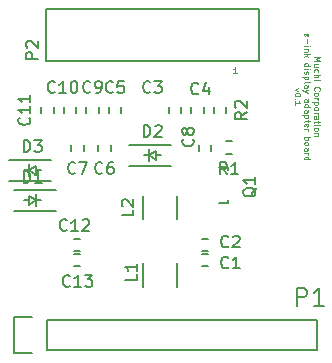
<source format=gto>
G04 #@! TF.FileFunction,Legend,Top*
%FSLAX46Y46*%
G04 Gerber Fmt 4.6, Leading zero omitted, Abs format (unit mm)*
G04 Created by KiCad (PCBNEW 4.0.2+e4-6225~38~ubuntu16.04.1-stable) date Sat 16 Jul 2016 01:47:43 AM PDT*
%MOMM*%
G01*
G04 APERTURE LIST*
%ADD10C,0.150000*%
%ADD11C,0.125000*%
G04 APERTURE END LIST*
D10*
D11*
X135599810Y-55225572D02*
X136099810Y-55225572D01*
X135742667Y-55392238D01*
X136099810Y-55558905D01*
X135599810Y-55558905D01*
X135933143Y-56011286D02*
X135599810Y-56011286D01*
X135933143Y-55797001D02*
X135671238Y-55797001D01*
X135623619Y-55820810D01*
X135599810Y-55868429D01*
X135599810Y-55939858D01*
X135623619Y-55987477D01*
X135647429Y-56011286D01*
X135623619Y-56463667D02*
X135599810Y-56416048D01*
X135599810Y-56320810D01*
X135623619Y-56273191D01*
X135647429Y-56249382D01*
X135695048Y-56225572D01*
X135837905Y-56225572D01*
X135885524Y-56249382D01*
X135909333Y-56273191D01*
X135933143Y-56320810D01*
X135933143Y-56416048D01*
X135909333Y-56463667D01*
X135599810Y-56677953D02*
X136099810Y-56677953D01*
X135599810Y-56892238D02*
X135861714Y-56892238D01*
X135909333Y-56868429D01*
X135933143Y-56820810D01*
X135933143Y-56749381D01*
X135909333Y-56701762D01*
X135885524Y-56677953D01*
X135599810Y-57130334D02*
X135933143Y-57130334D01*
X136099810Y-57130334D02*
X136076000Y-57106524D01*
X136052190Y-57130334D01*
X136076000Y-57154143D01*
X136099810Y-57130334D01*
X136052190Y-57130334D01*
X135647429Y-58035095D02*
X135623619Y-58011285D01*
X135599810Y-57939857D01*
X135599810Y-57892238D01*
X135623619Y-57820809D01*
X135671238Y-57773190D01*
X135718857Y-57749381D01*
X135814095Y-57725571D01*
X135885524Y-57725571D01*
X135980762Y-57749381D01*
X136028381Y-57773190D01*
X136076000Y-57820809D01*
X136099810Y-57892238D01*
X136099810Y-57939857D01*
X136076000Y-58011285D01*
X136052190Y-58035095D01*
X135599810Y-58320809D02*
X135623619Y-58273190D01*
X135647429Y-58249381D01*
X135695048Y-58225571D01*
X135837905Y-58225571D01*
X135885524Y-58249381D01*
X135909333Y-58273190D01*
X135933143Y-58320809D01*
X135933143Y-58392238D01*
X135909333Y-58439857D01*
X135885524Y-58463666D01*
X135837905Y-58487476D01*
X135695048Y-58487476D01*
X135647429Y-58463666D01*
X135623619Y-58439857D01*
X135599810Y-58392238D01*
X135599810Y-58320809D01*
X135599810Y-58701762D02*
X135933143Y-58701762D01*
X135837905Y-58701762D02*
X135885524Y-58725571D01*
X135909333Y-58749381D01*
X135933143Y-58797000D01*
X135933143Y-58844619D01*
X135933143Y-59011286D02*
X135433143Y-59011286D01*
X135909333Y-59011286D02*
X135933143Y-59058905D01*
X135933143Y-59154143D01*
X135909333Y-59201762D01*
X135885524Y-59225571D01*
X135837905Y-59249381D01*
X135695048Y-59249381D01*
X135647429Y-59225571D01*
X135623619Y-59201762D01*
X135599810Y-59154143D01*
X135599810Y-59058905D01*
X135623619Y-59011286D01*
X135599810Y-59535095D02*
X135623619Y-59487476D01*
X135647429Y-59463667D01*
X135695048Y-59439857D01*
X135837905Y-59439857D01*
X135885524Y-59463667D01*
X135909333Y-59487476D01*
X135933143Y-59535095D01*
X135933143Y-59606524D01*
X135909333Y-59654143D01*
X135885524Y-59677952D01*
X135837905Y-59701762D01*
X135695048Y-59701762D01*
X135647429Y-59677952D01*
X135623619Y-59654143D01*
X135599810Y-59606524D01*
X135599810Y-59535095D01*
X135599810Y-59916048D02*
X135933143Y-59916048D01*
X135837905Y-59916048D02*
X135885524Y-59939857D01*
X135909333Y-59963667D01*
X135933143Y-60011286D01*
X135933143Y-60058905D01*
X135599810Y-60439857D02*
X135861714Y-60439857D01*
X135909333Y-60416048D01*
X135933143Y-60368429D01*
X135933143Y-60273191D01*
X135909333Y-60225572D01*
X135623619Y-60439857D02*
X135599810Y-60392238D01*
X135599810Y-60273191D01*
X135623619Y-60225572D01*
X135671238Y-60201762D01*
X135718857Y-60201762D01*
X135766476Y-60225572D01*
X135790286Y-60273191D01*
X135790286Y-60392238D01*
X135814095Y-60439857D01*
X135933143Y-60606524D02*
X135933143Y-60797000D01*
X136099810Y-60677953D02*
X135671238Y-60677953D01*
X135623619Y-60701762D01*
X135599810Y-60749381D01*
X135599810Y-60797000D01*
X135599810Y-60963667D02*
X135933143Y-60963667D01*
X136099810Y-60963667D02*
X136076000Y-60939857D01*
X136052190Y-60963667D01*
X136076000Y-60987476D01*
X136099810Y-60963667D01*
X136052190Y-60963667D01*
X135599810Y-61273190D02*
X135623619Y-61225571D01*
X135647429Y-61201762D01*
X135695048Y-61177952D01*
X135837905Y-61177952D01*
X135885524Y-61201762D01*
X135909333Y-61225571D01*
X135933143Y-61273190D01*
X135933143Y-61344619D01*
X135909333Y-61392238D01*
X135885524Y-61416047D01*
X135837905Y-61439857D01*
X135695048Y-61439857D01*
X135647429Y-61416047D01*
X135623619Y-61392238D01*
X135599810Y-61344619D01*
X135599810Y-61273190D01*
X135933143Y-61654143D02*
X135599810Y-61654143D01*
X135885524Y-61654143D02*
X135909333Y-61677952D01*
X135933143Y-61725571D01*
X135933143Y-61797000D01*
X135909333Y-61844619D01*
X135861714Y-61868428D01*
X135599810Y-61868428D01*
X134798619Y-53416049D02*
X134774810Y-53368430D01*
X134774810Y-53273192D01*
X134798619Y-53225573D01*
X134846238Y-53201763D01*
X135036714Y-53201763D01*
X135084333Y-53225573D01*
X135108143Y-53273192D01*
X135108143Y-53368430D01*
X135084333Y-53416049D01*
X135036714Y-53439858D01*
X134989095Y-53439858D01*
X134941476Y-53201763D01*
X134965286Y-53654144D02*
X134965286Y-54035096D01*
X134774810Y-54273192D02*
X135108143Y-54273192D01*
X135274810Y-54273192D02*
X135251000Y-54249382D01*
X135227190Y-54273192D01*
X135251000Y-54297001D01*
X135274810Y-54273192D01*
X135227190Y-54273192D01*
X135108143Y-54511287D02*
X134774810Y-54511287D01*
X135060524Y-54511287D02*
X135084333Y-54535096D01*
X135108143Y-54582715D01*
X135108143Y-54654144D01*
X135084333Y-54701763D01*
X135036714Y-54725572D01*
X134774810Y-54725572D01*
X134774810Y-54963668D02*
X135274810Y-54963668D01*
X134965286Y-55011287D02*
X134774810Y-55154144D01*
X135108143Y-55154144D02*
X134917667Y-54963668D01*
X134774810Y-55963667D02*
X135274810Y-55963667D01*
X134798619Y-55963667D02*
X134774810Y-55916048D01*
X134774810Y-55820810D01*
X134798619Y-55773191D01*
X134822429Y-55749382D01*
X134870048Y-55725572D01*
X135012905Y-55725572D01*
X135060524Y-55749382D01*
X135084333Y-55773191D01*
X135108143Y-55820810D01*
X135108143Y-55916048D01*
X135084333Y-55963667D01*
X134774810Y-56201763D02*
X135108143Y-56201763D01*
X135274810Y-56201763D02*
X135251000Y-56177953D01*
X135227190Y-56201763D01*
X135251000Y-56225572D01*
X135274810Y-56201763D01*
X135227190Y-56201763D01*
X134798619Y-56416048D02*
X134774810Y-56463667D01*
X134774810Y-56558905D01*
X134798619Y-56606524D01*
X134846238Y-56630334D01*
X134870048Y-56630334D01*
X134917667Y-56606524D01*
X134941476Y-56558905D01*
X134941476Y-56487477D01*
X134965286Y-56439858D01*
X135012905Y-56416048D01*
X135036714Y-56416048D01*
X135084333Y-56439858D01*
X135108143Y-56487477D01*
X135108143Y-56558905D01*
X135084333Y-56606524D01*
X135108143Y-56844620D02*
X134608143Y-56844620D01*
X135084333Y-56844620D02*
X135108143Y-56892239D01*
X135108143Y-56987477D01*
X135084333Y-57035096D01*
X135060524Y-57058905D01*
X135012905Y-57082715D01*
X134870048Y-57082715D01*
X134822429Y-57058905D01*
X134798619Y-57035096D01*
X134774810Y-56987477D01*
X134774810Y-56892239D01*
X134798619Y-56844620D01*
X134774810Y-57368429D02*
X134798619Y-57320810D01*
X134846238Y-57297001D01*
X135274810Y-57297001D01*
X134774810Y-57773191D02*
X135036714Y-57773191D01*
X135084333Y-57749382D01*
X135108143Y-57701763D01*
X135108143Y-57606525D01*
X135084333Y-57558906D01*
X134798619Y-57773191D02*
X134774810Y-57725572D01*
X134774810Y-57606525D01*
X134798619Y-57558906D01*
X134846238Y-57535096D01*
X134893857Y-57535096D01*
X134941476Y-57558906D01*
X134965286Y-57606525D01*
X134965286Y-57725572D01*
X134989095Y-57773191D01*
X135108143Y-57963668D02*
X134774810Y-58082715D01*
X135108143Y-58201763D02*
X134774810Y-58082715D01*
X134655762Y-58035096D01*
X134631952Y-58011287D01*
X134608143Y-57963668D01*
X134774810Y-58987476D02*
X135036714Y-58987476D01*
X135084333Y-58963667D01*
X135108143Y-58916048D01*
X135108143Y-58820810D01*
X135084333Y-58773191D01*
X134798619Y-58987476D02*
X134774810Y-58939857D01*
X134774810Y-58820810D01*
X134798619Y-58773191D01*
X134846238Y-58749381D01*
X134893857Y-58749381D01*
X134941476Y-58773191D01*
X134965286Y-58820810D01*
X134965286Y-58939857D01*
X134989095Y-58987476D01*
X134774810Y-59439857D02*
X135274810Y-59439857D01*
X134798619Y-59439857D02*
X134774810Y-59392238D01*
X134774810Y-59297000D01*
X134798619Y-59249381D01*
X134822429Y-59225572D01*
X134870048Y-59201762D01*
X135012905Y-59201762D01*
X135060524Y-59225572D01*
X135084333Y-59249381D01*
X135108143Y-59297000D01*
X135108143Y-59392238D01*
X135084333Y-59439857D01*
X134774810Y-59892238D02*
X135036714Y-59892238D01*
X135084333Y-59868429D01*
X135108143Y-59820810D01*
X135108143Y-59725572D01*
X135084333Y-59677953D01*
X134798619Y-59892238D02*
X134774810Y-59844619D01*
X134774810Y-59725572D01*
X134798619Y-59677953D01*
X134846238Y-59654143D01*
X134893857Y-59654143D01*
X134941476Y-59677953D01*
X134965286Y-59725572D01*
X134965286Y-59844619D01*
X134989095Y-59892238D01*
X135108143Y-60130334D02*
X134608143Y-60130334D01*
X135084333Y-60130334D02*
X135108143Y-60177953D01*
X135108143Y-60273191D01*
X135084333Y-60320810D01*
X135060524Y-60344619D01*
X135012905Y-60368429D01*
X134870048Y-60368429D01*
X134822429Y-60344619D01*
X134798619Y-60320810D01*
X134774810Y-60273191D01*
X134774810Y-60177953D01*
X134798619Y-60130334D01*
X135108143Y-60511286D02*
X135108143Y-60701762D01*
X135274810Y-60582715D02*
X134846238Y-60582715D01*
X134798619Y-60606524D01*
X134774810Y-60654143D01*
X134774810Y-60701762D01*
X134798619Y-61058905D02*
X134774810Y-61011286D01*
X134774810Y-60916048D01*
X134798619Y-60868429D01*
X134846238Y-60844619D01*
X135036714Y-60844619D01*
X135084333Y-60868429D01*
X135108143Y-60916048D01*
X135108143Y-61011286D01*
X135084333Y-61058905D01*
X135036714Y-61082714D01*
X134989095Y-61082714D01*
X134941476Y-60844619D01*
X134774810Y-61297000D02*
X135108143Y-61297000D01*
X135012905Y-61297000D02*
X135060524Y-61320809D01*
X135084333Y-61344619D01*
X135108143Y-61392238D01*
X135108143Y-61439857D01*
X134774810Y-61987476D02*
X135274810Y-61987476D01*
X135084333Y-61987476D02*
X135108143Y-62035095D01*
X135108143Y-62130333D01*
X135084333Y-62177952D01*
X135060524Y-62201761D01*
X135012905Y-62225571D01*
X134870048Y-62225571D01*
X134822429Y-62201761D01*
X134798619Y-62177952D01*
X134774810Y-62130333D01*
X134774810Y-62035095D01*
X134798619Y-61987476D01*
X134774810Y-62511285D02*
X134798619Y-62463666D01*
X134822429Y-62439857D01*
X134870048Y-62416047D01*
X135012905Y-62416047D01*
X135060524Y-62439857D01*
X135084333Y-62463666D01*
X135108143Y-62511285D01*
X135108143Y-62582714D01*
X135084333Y-62630333D01*
X135060524Y-62654142D01*
X135012905Y-62677952D01*
X134870048Y-62677952D01*
X134822429Y-62654142D01*
X134798619Y-62630333D01*
X134774810Y-62582714D01*
X134774810Y-62511285D01*
X134774810Y-63106523D02*
X135036714Y-63106523D01*
X135084333Y-63082714D01*
X135108143Y-63035095D01*
X135108143Y-62939857D01*
X135084333Y-62892238D01*
X134798619Y-63106523D02*
X134774810Y-63058904D01*
X134774810Y-62939857D01*
X134798619Y-62892238D01*
X134846238Y-62868428D01*
X134893857Y-62868428D01*
X134941476Y-62892238D01*
X134965286Y-62939857D01*
X134965286Y-63058904D01*
X134989095Y-63106523D01*
X134774810Y-63344619D02*
X135108143Y-63344619D01*
X135012905Y-63344619D02*
X135060524Y-63368428D01*
X135084333Y-63392238D01*
X135108143Y-63439857D01*
X135108143Y-63487476D01*
X134774810Y-63868428D02*
X135274810Y-63868428D01*
X134798619Y-63868428D02*
X134774810Y-63820809D01*
X134774810Y-63725571D01*
X134798619Y-63677952D01*
X134822429Y-63654143D01*
X134870048Y-63630333D01*
X135012905Y-63630333D01*
X135060524Y-63654143D01*
X135084333Y-63677952D01*
X135108143Y-63725571D01*
X135108143Y-63820809D01*
X135084333Y-63868428D01*
X134283143Y-57832716D02*
X133949810Y-57951763D01*
X134283143Y-58070811D01*
X134449810Y-58356525D02*
X134449810Y-58404144D01*
X134426000Y-58451763D01*
X134402190Y-58475572D01*
X134354571Y-58499382D01*
X134259333Y-58523191D01*
X134140286Y-58523191D01*
X134045048Y-58499382D01*
X133997429Y-58475572D01*
X133973619Y-58451763D01*
X133949810Y-58404144D01*
X133949810Y-58356525D01*
X133973619Y-58308906D01*
X133997429Y-58285096D01*
X134045048Y-58261287D01*
X134140286Y-58237477D01*
X134259333Y-58237477D01*
X134354571Y-58261287D01*
X134402190Y-58285096D01*
X134426000Y-58308906D01*
X134449810Y-58356525D01*
X133997429Y-58737477D02*
X133973619Y-58761286D01*
X133949810Y-58737477D01*
X133973619Y-58713667D01*
X133997429Y-58737477D01*
X133949810Y-58737477D01*
X133949810Y-59237476D02*
X133949810Y-58951762D01*
X133949810Y-59094619D02*
X134449810Y-59094619D01*
X134378381Y-59047000D01*
X134330762Y-58999381D01*
X134306952Y-58951762D01*
D10*
X118381000Y-63115000D02*
X118381000Y-62615000D01*
X117331000Y-62615000D02*
X117331000Y-63115000D01*
X126615000Y-71865000D02*
X126115000Y-71865000D01*
X126115000Y-72915000D02*
X126615000Y-72915000D01*
X126615000Y-70595000D02*
X126115000Y-70595000D01*
X126115000Y-71645000D02*
X126615000Y-71645000D01*
X123300000Y-59440000D02*
X123300000Y-59940000D01*
X124350000Y-59940000D02*
X124350000Y-59440000D01*
X126255000Y-59940000D02*
X126255000Y-59440000D01*
X125205000Y-59440000D02*
X125205000Y-59940000D01*
X119270000Y-59940000D02*
X119270000Y-59440000D01*
X118220000Y-59440000D02*
X118220000Y-59940000D01*
X116095000Y-63115000D02*
X116095000Y-62615000D01*
X115045000Y-62615000D02*
X115045000Y-63115000D01*
X125840000Y-62615000D02*
X125840000Y-63115000D01*
X126890000Y-63115000D02*
X126890000Y-62615000D01*
X117365000Y-59940000D02*
X117365000Y-59440000D01*
X116315000Y-59440000D02*
X116315000Y-59940000D01*
X115460000Y-59940000D02*
X115460000Y-59440000D01*
X114410000Y-59440000D02*
X114410000Y-59940000D01*
X113555000Y-59940000D02*
X113555000Y-59440000D01*
X112505000Y-59440000D02*
X112505000Y-59940000D01*
X111442500Y-67310000D02*
X111061500Y-67310000D01*
X112458500Y-67310000D02*
X112077500Y-67310000D01*
X112077500Y-67310000D02*
X111442500Y-67691000D01*
X111442500Y-67691000D02*
X111442500Y-66929000D01*
X111442500Y-66929000D02*
X112077500Y-67310000D01*
X112077500Y-67818000D02*
X112077500Y-66802000D01*
X113760000Y-66410000D02*
X110220000Y-66410000D01*
X113760000Y-68210000D02*
X110220000Y-68210000D01*
X122237500Y-63500000D02*
X122618500Y-63500000D01*
X121221500Y-63500000D02*
X121602500Y-63500000D01*
X121602500Y-63500000D02*
X122237500Y-63119000D01*
X122237500Y-63119000D02*
X122237500Y-63881000D01*
X122237500Y-63881000D02*
X121602500Y-63500000D01*
X121602500Y-62992000D02*
X121602500Y-64008000D01*
X119920000Y-64400000D02*
X123460000Y-64400000D01*
X119920000Y-62600000D02*
X123460000Y-62600000D01*
X112077500Y-64770000D02*
X112458500Y-64770000D01*
X111061500Y-64770000D02*
X111442500Y-64770000D01*
X111442500Y-64770000D02*
X112077500Y-64389000D01*
X112077500Y-64389000D02*
X112077500Y-65151000D01*
X112077500Y-65151000D02*
X111442500Y-64770000D01*
X111442500Y-64262000D02*
X111442500Y-65278000D01*
X109760000Y-65670000D02*
X113300000Y-65670000D01*
X109760000Y-63870000D02*
X113300000Y-63870000D01*
X121080000Y-74660000D02*
X121080000Y-72660000D01*
X124030000Y-72660000D02*
X124030000Y-74660000D01*
X124030000Y-66945000D02*
X124030000Y-68945000D01*
X121080000Y-68945000D02*
X121080000Y-66945000D01*
X113030000Y-77470000D02*
X135890000Y-77470000D01*
X135890000Y-77470000D02*
X135890000Y-80010000D01*
X135890000Y-80010000D02*
X113030000Y-80010000D01*
X110210000Y-77190000D02*
X111760000Y-77190000D01*
X113030000Y-77470000D02*
X113030000Y-80010000D01*
X111760000Y-80290000D02*
X110210000Y-80290000D01*
X110210000Y-80290000D02*
X110210000Y-77190000D01*
X128285240Y-67339160D02*
X128285240Y-67290900D01*
X127584200Y-64540180D02*
X128285240Y-64540180D01*
X128285240Y-64540180D02*
X128285240Y-64789100D01*
X128285240Y-67339160D02*
X128285240Y-67539820D01*
X128285240Y-67539820D02*
X127584200Y-67539820D01*
X128147000Y-63390000D02*
X128647000Y-63390000D01*
X128647000Y-62340000D02*
X128147000Y-62340000D01*
X128160000Y-59940000D02*
X128160000Y-59440000D01*
X127110000Y-59440000D02*
X127110000Y-59940000D01*
X130920000Y-55540000D02*
X130920000Y-51140000D01*
X112920000Y-55540000D02*
X112920000Y-51140000D01*
X130920000Y-51140000D02*
X112920000Y-51140000D01*
X130920000Y-55540000D02*
X112920000Y-55540000D01*
X115320000Y-72915000D02*
X115820000Y-72915000D01*
X115820000Y-71865000D02*
X115320000Y-71865000D01*
X115320000Y-71645000D02*
X115820000Y-71645000D01*
X115820000Y-70595000D02*
X115320000Y-70595000D01*
X117689334Y-65000143D02*
X117641715Y-65047762D01*
X117498858Y-65095381D01*
X117403620Y-65095381D01*
X117260762Y-65047762D01*
X117165524Y-64952524D01*
X117117905Y-64857286D01*
X117070286Y-64666810D01*
X117070286Y-64523952D01*
X117117905Y-64333476D01*
X117165524Y-64238238D01*
X117260762Y-64143000D01*
X117403620Y-64095381D01*
X117498858Y-64095381D01*
X117641715Y-64143000D01*
X117689334Y-64190619D01*
X118546477Y-64095381D02*
X118356000Y-64095381D01*
X118260762Y-64143000D01*
X118213143Y-64190619D01*
X118117905Y-64333476D01*
X118070286Y-64523952D01*
X118070286Y-64904905D01*
X118117905Y-65000143D01*
X118165524Y-65047762D01*
X118260762Y-65095381D01*
X118451239Y-65095381D01*
X118546477Y-65047762D01*
X118594096Y-65000143D01*
X118641715Y-64904905D01*
X118641715Y-64666810D01*
X118594096Y-64571571D01*
X118546477Y-64523952D01*
X118451239Y-64476333D01*
X118260762Y-64476333D01*
X118165524Y-64523952D01*
X118117905Y-64571571D01*
X118070286Y-64666810D01*
X128357334Y-73001143D02*
X128309715Y-73048762D01*
X128166858Y-73096381D01*
X128071620Y-73096381D01*
X127928762Y-73048762D01*
X127833524Y-72953524D01*
X127785905Y-72858286D01*
X127738286Y-72667810D01*
X127738286Y-72524952D01*
X127785905Y-72334476D01*
X127833524Y-72239238D01*
X127928762Y-72144000D01*
X128071620Y-72096381D01*
X128166858Y-72096381D01*
X128309715Y-72144000D01*
X128357334Y-72191619D01*
X129309715Y-73096381D02*
X128738286Y-73096381D01*
X129024000Y-73096381D02*
X129024000Y-72096381D01*
X128928762Y-72239238D01*
X128833524Y-72334476D01*
X128738286Y-72382095D01*
X128357334Y-71223143D02*
X128309715Y-71270762D01*
X128166858Y-71318381D01*
X128071620Y-71318381D01*
X127928762Y-71270762D01*
X127833524Y-71175524D01*
X127785905Y-71080286D01*
X127738286Y-70889810D01*
X127738286Y-70746952D01*
X127785905Y-70556476D01*
X127833524Y-70461238D01*
X127928762Y-70366000D01*
X128071620Y-70318381D01*
X128166858Y-70318381D01*
X128309715Y-70366000D01*
X128357334Y-70413619D01*
X128738286Y-70413619D02*
X128785905Y-70366000D01*
X128881143Y-70318381D01*
X129119239Y-70318381D01*
X129214477Y-70366000D01*
X129262096Y-70413619D01*
X129309715Y-70508857D01*
X129309715Y-70604095D01*
X129262096Y-70746952D01*
X128690667Y-71318381D01*
X129309715Y-71318381D01*
X121753334Y-58142143D02*
X121705715Y-58189762D01*
X121562858Y-58237381D01*
X121467620Y-58237381D01*
X121324762Y-58189762D01*
X121229524Y-58094524D01*
X121181905Y-57999286D01*
X121134286Y-57808810D01*
X121134286Y-57665952D01*
X121181905Y-57475476D01*
X121229524Y-57380238D01*
X121324762Y-57285000D01*
X121467620Y-57237381D01*
X121562858Y-57237381D01*
X121705715Y-57285000D01*
X121753334Y-57332619D01*
X122086667Y-57237381D02*
X122705715Y-57237381D01*
X122372381Y-57618333D01*
X122515239Y-57618333D01*
X122610477Y-57665952D01*
X122658096Y-57713571D01*
X122705715Y-57808810D01*
X122705715Y-58046905D01*
X122658096Y-58142143D01*
X122610477Y-58189762D01*
X122515239Y-58237381D01*
X122229524Y-58237381D01*
X122134286Y-58189762D01*
X122086667Y-58142143D01*
X125817334Y-58269143D02*
X125769715Y-58316762D01*
X125626858Y-58364381D01*
X125531620Y-58364381D01*
X125388762Y-58316762D01*
X125293524Y-58221524D01*
X125245905Y-58126286D01*
X125198286Y-57935810D01*
X125198286Y-57792952D01*
X125245905Y-57602476D01*
X125293524Y-57507238D01*
X125388762Y-57412000D01*
X125531620Y-57364381D01*
X125626858Y-57364381D01*
X125769715Y-57412000D01*
X125817334Y-57459619D01*
X126674477Y-57697714D02*
X126674477Y-58364381D01*
X126436381Y-57316762D02*
X126198286Y-58031048D01*
X126817334Y-58031048D01*
X118578334Y-58142143D02*
X118530715Y-58189762D01*
X118387858Y-58237381D01*
X118292620Y-58237381D01*
X118149762Y-58189762D01*
X118054524Y-58094524D01*
X118006905Y-57999286D01*
X117959286Y-57808810D01*
X117959286Y-57665952D01*
X118006905Y-57475476D01*
X118054524Y-57380238D01*
X118149762Y-57285000D01*
X118292620Y-57237381D01*
X118387858Y-57237381D01*
X118530715Y-57285000D01*
X118578334Y-57332619D01*
X119483096Y-57237381D02*
X119006905Y-57237381D01*
X118959286Y-57713571D01*
X119006905Y-57665952D01*
X119102143Y-57618333D01*
X119340239Y-57618333D01*
X119435477Y-57665952D01*
X119483096Y-57713571D01*
X119530715Y-57808810D01*
X119530715Y-58046905D01*
X119483096Y-58142143D01*
X119435477Y-58189762D01*
X119340239Y-58237381D01*
X119102143Y-58237381D01*
X119006905Y-58189762D01*
X118959286Y-58142143D01*
X115403334Y-65000143D02*
X115355715Y-65047762D01*
X115212858Y-65095381D01*
X115117620Y-65095381D01*
X114974762Y-65047762D01*
X114879524Y-64952524D01*
X114831905Y-64857286D01*
X114784286Y-64666810D01*
X114784286Y-64523952D01*
X114831905Y-64333476D01*
X114879524Y-64238238D01*
X114974762Y-64143000D01*
X115117620Y-64095381D01*
X115212858Y-64095381D01*
X115355715Y-64143000D01*
X115403334Y-64190619D01*
X115736667Y-64095381D02*
X116403334Y-64095381D01*
X115974762Y-65095381D01*
X125325143Y-62142666D02*
X125372762Y-62190285D01*
X125420381Y-62333142D01*
X125420381Y-62428380D01*
X125372762Y-62571238D01*
X125277524Y-62666476D01*
X125182286Y-62714095D01*
X124991810Y-62761714D01*
X124848952Y-62761714D01*
X124658476Y-62714095D01*
X124563238Y-62666476D01*
X124468000Y-62571238D01*
X124420381Y-62428380D01*
X124420381Y-62333142D01*
X124468000Y-62190285D01*
X124515619Y-62142666D01*
X124848952Y-61571238D02*
X124801333Y-61666476D01*
X124753714Y-61714095D01*
X124658476Y-61761714D01*
X124610857Y-61761714D01*
X124515619Y-61714095D01*
X124468000Y-61666476D01*
X124420381Y-61571238D01*
X124420381Y-61380761D01*
X124468000Y-61285523D01*
X124515619Y-61237904D01*
X124610857Y-61190285D01*
X124658476Y-61190285D01*
X124753714Y-61237904D01*
X124801333Y-61285523D01*
X124848952Y-61380761D01*
X124848952Y-61571238D01*
X124896571Y-61666476D01*
X124944190Y-61714095D01*
X125039429Y-61761714D01*
X125229905Y-61761714D01*
X125325143Y-61714095D01*
X125372762Y-61666476D01*
X125420381Y-61571238D01*
X125420381Y-61380761D01*
X125372762Y-61285523D01*
X125325143Y-61237904D01*
X125229905Y-61190285D01*
X125039429Y-61190285D01*
X124944190Y-61237904D01*
X124896571Y-61285523D01*
X124848952Y-61380761D01*
X116673334Y-58142143D02*
X116625715Y-58189762D01*
X116482858Y-58237381D01*
X116387620Y-58237381D01*
X116244762Y-58189762D01*
X116149524Y-58094524D01*
X116101905Y-57999286D01*
X116054286Y-57808810D01*
X116054286Y-57665952D01*
X116101905Y-57475476D01*
X116149524Y-57380238D01*
X116244762Y-57285000D01*
X116387620Y-57237381D01*
X116482858Y-57237381D01*
X116625715Y-57285000D01*
X116673334Y-57332619D01*
X117149524Y-58237381D02*
X117340000Y-58237381D01*
X117435239Y-58189762D01*
X117482858Y-58142143D01*
X117578096Y-57999286D01*
X117625715Y-57808810D01*
X117625715Y-57427857D01*
X117578096Y-57332619D01*
X117530477Y-57285000D01*
X117435239Y-57237381D01*
X117244762Y-57237381D01*
X117149524Y-57285000D01*
X117101905Y-57332619D01*
X117054286Y-57427857D01*
X117054286Y-57665952D01*
X117101905Y-57761190D01*
X117149524Y-57808810D01*
X117244762Y-57856429D01*
X117435239Y-57856429D01*
X117530477Y-57808810D01*
X117578096Y-57761190D01*
X117625715Y-57665952D01*
X113657143Y-58142143D02*
X113609524Y-58189762D01*
X113466667Y-58237381D01*
X113371429Y-58237381D01*
X113228571Y-58189762D01*
X113133333Y-58094524D01*
X113085714Y-57999286D01*
X113038095Y-57808810D01*
X113038095Y-57665952D01*
X113085714Y-57475476D01*
X113133333Y-57380238D01*
X113228571Y-57285000D01*
X113371429Y-57237381D01*
X113466667Y-57237381D01*
X113609524Y-57285000D01*
X113657143Y-57332619D01*
X114609524Y-58237381D02*
X114038095Y-58237381D01*
X114323809Y-58237381D02*
X114323809Y-57237381D01*
X114228571Y-57380238D01*
X114133333Y-57475476D01*
X114038095Y-57523095D01*
X115228571Y-57237381D02*
X115323810Y-57237381D01*
X115419048Y-57285000D01*
X115466667Y-57332619D01*
X115514286Y-57427857D01*
X115561905Y-57618333D01*
X115561905Y-57856429D01*
X115514286Y-58046905D01*
X115466667Y-58142143D01*
X115419048Y-58189762D01*
X115323810Y-58237381D01*
X115228571Y-58237381D01*
X115133333Y-58189762D01*
X115085714Y-58142143D01*
X115038095Y-58046905D01*
X114990476Y-57856429D01*
X114990476Y-57618333D01*
X115038095Y-57427857D01*
X115085714Y-57332619D01*
X115133333Y-57285000D01*
X115228571Y-57237381D01*
X111482143Y-60332857D02*
X111529762Y-60380476D01*
X111577381Y-60523333D01*
X111577381Y-60618571D01*
X111529762Y-60761429D01*
X111434524Y-60856667D01*
X111339286Y-60904286D01*
X111148810Y-60951905D01*
X111005952Y-60951905D01*
X110815476Y-60904286D01*
X110720238Y-60856667D01*
X110625000Y-60761429D01*
X110577381Y-60618571D01*
X110577381Y-60523333D01*
X110625000Y-60380476D01*
X110672619Y-60332857D01*
X111577381Y-59380476D02*
X111577381Y-59951905D01*
X111577381Y-59666191D02*
X110577381Y-59666191D01*
X110720238Y-59761429D01*
X110815476Y-59856667D01*
X110863095Y-59951905D01*
X111577381Y-58428095D02*
X111577381Y-58999524D01*
X111577381Y-58713810D02*
X110577381Y-58713810D01*
X110720238Y-58809048D01*
X110815476Y-58904286D01*
X110863095Y-58999524D01*
X111021905Y-65857381D02*
X111021905Y-64857381D01*
X111260000Y-64857381D01*
X111402858Y-64905000D01*
X111498096Y-65000238D01*
X111545715Y-65095476D01*
X111593334Y-65285952D01*
X111593334Y-65428810D01*
X111545715Y-65619286D01*
X111498096Y-65714524D01*
X111402858Y-65809762D01*
X111260000Y-65857381D01*
X111021905Y-65857381D01*
X112545715Y-65857381D02*
X111974286Y-65857381D01*
X112260000Y-65857381D02*
X112260000Y-64857381D01*
X112164762Y-65000238D01*
X112069524Y-65095476D01*
X111974286Y-65143095D01*
X121181905Y-61952381D02*
X121181905Y-60952381D01*
X121420000Y-60952381D01*
X121562858Y-61000000D01*
X121658096Y-61095238D01*
X121705715Y-61190476D01*
X121753334Y-61380952D01*
X121753334Y-61523810D01*
X121705715Y-61714286D01*
X121658096Y-61809524D01*
X121562858Y-61904762D01*
X121420000Y-61952381D01*
X121181905Y-61952381D01*
X122134286Y-61047619D02*
X122181905Y-61000000D01*
X122277143Y-60952381D01*
X122515239Y-60952381D01*
X122610477Y-61000000D01*
X122658096Y-61047619D01*
X122705715Y-61142857D01*
X122705715Y-61238095D01*
X122658096Y-61380952D01*
X122086667Y-61952381D01*
X122705715Y-61952381D01*
X111021905Y-63222381D02*
X111021905Y-62222381D01*
X111260000Y-62222381D01*
X111402858Y-62270000D01*
X111498096Y-62365238D01*
X111545715Y-62460476D01*
X111593334Y-62650952D01*
X111593334Y-62793810D01*
X111545715Y-62984286D01*
X111498096Y-63079524D01*
X111402858Y-63174762D01*
X111260000Y-63222381D01*
X111021905Y-63222381D01*
X111926667Y-62222381D02*
X112545715Y-62222381D01*
X112212381Y-62603333D01*
X112355239Y-62603333D01*
X112450477Y-62650952D01*
X112498096Y-62698571D01*
X112545715Y-62793810D01*
X112545715Y-63031905D01*
X112498096Y-63127143D01*
X112450477Y-63174762D01*
X112355239Y-63222381D01*
X112069524Y-63222381D01*
X111974286Y-63174762D01*
X111926667Y-63127143D01*
X120594381Y-73572666D02*
X120594381Y-74048857D01*
X119594381Y-74048857D01*
X120594381Y-72715523D02*
X120594381Y-73286952D01*
X120594381Y-73001238D02*
X119594381Y-73001238D01*
X119737238Y-73096476D01*
X119832476Y-73191714D01*
X119880095Y-73286952D01*
X120307381Y-68111666D02*
X120307381Y-68587857D01*
X119307381Y-68587857D01*
X119402619Y-67825952D02*
X119355000Y-67778333D01*
X119307381Y-67683095D01*
X119307381Y-67444999D01*
X119355000Y-67349761D01*
X119402619Y-67302142D01*
X119497857Y-67254523D01*
X119593095Y-67254523D01*
X119735952Y-67302142D01*
X120307381Y-67873571D01*
X120307381Y-67254523D01*
X112212381Y-55348095D02*
X111212381Y-55348095D01*
X111212381Y-54967142D01*
X111260000Y-54871904D01*
X111307619Y-54824285D01*
X111402857Y-54776666D01*
X111545714Y-54776666D01*
X111640952Y-54824285D01*
X111688571Y-54871904D01*
X111736190Y-54967142D01*
X111736190Y-55348095D01*
X111307619Y-54395714D02*
X111260000Y-54348095D01*
X111212381Y-54252857D01*
X111212381Y-54014761D01*
X111260000Y-53919523D01*
X111307619Y-53871904D01*
X111402857Y-53824285D01*
X111498095Y-53824285D01*
X111640952Y-53871904D01*
X112212381Y-54443333D01*
X112212381Y-53824285D01*
X130722619Y-66262238D02*
X130675000Y-66357476D01*
X130579762Y-66452714D01*
X130436905Y-66595571D01*
X130389286Y-66690810D01*
X130389286Y-66786048D01*
X130627381Y-66738429D02*
X130579762Y-66833667D01*
X130484524Y-66928905D01*
X130294048Y-66976524D01*
X129960714Y-66976524D01*
X129770238Y-66928905D01*
X129675000Y-66833667D01*
X129627381Y-66738429D01*
X129627381Y-66547952D01*
X129675000Y-66452714D01*
X129770238Y-66357476D01*
X129960714Y-66309857D01*
X130294048Y-66309857D01*
X130484524Y-66357476D01*
X130579762Y-66452714D01*
X130627381Y-66547952D01*
X130627381Y-66738429D01*
X130627381Y-65357476D02*
X130627381Y-65928905D01*
X130627381Y-65643191D02*
X129627381Y-65643191D01*
X129770238Y-65738429D01*
X129865476Y-65833667D01*
X129913095Y-65928905D01*
X128230334Y-65117381D02*
X127897000Y-64641190D01*
X127658905Y-65117381D02*
X127658905Y-64117381D01*
X128039858Y-64117381D01*
X128135096Y-64165000D01*
X128182715Y-64212619D01*
X128230334Y-64307857D01*
X128230334Y-64450714D01*
X128182715Y-64545952D01*
X128135096Y-64593571D01*
X128039858Y-64641190D01*
X127658905Y-64641190D01*
X129182715Y-65117381D02*
X128611286Y-65117381D01*
X128897000Y-65117381D02*
X128897000Y-64117381D01*
X128801762Y-64260238D01*
X128706524Y-64355476D01*
X128611286Y-64403095D01*
X129887381Y-59856666D02*
X129411190Y-60190000D01*
X129887381Y-60428095D02*
X128887381Y-60428095D01*
X128887381Y-60047142D01*
X128935000Y-59951904D01*
X128982619Y-59904285D01*
X129077857Y-59856666D01*
X129220714Y-59856666D01*
X129315952Y-59904285D01*
X129363571Y-59951904D01*
X129411190Y-60047142D01*
X129411190Y-60428095D01*
X128982619Y-59475714D02*
X128935000Y-59428095D01*
X128887381Y-59332857D01*
X128887381Y-59094761D01*
X128935000Y-58999523D01*
X128982619Y-58951904D01*
X129077857Y-58904285D01*
X129173095Y-58904285D01*
X129315952Y-58951904D01*
X129887381Y-59523333D01*
X129887381Y-58904285D01*
X134147858Y-76243571D02*
X134147858Y-74743571D01*
X134719286Y-74743571D01*
X134862144Y-74815000D01*
X134933572Y-74886429D01*
X135005001Y-75029286D01*
X135005001Y-75243571D01*
X134933572Y-75386429D01*
X134862144Y-75457857D01*
X134719286Y-75529286D01*
X134147858Y-75529286D01*
X136433572Y-76243571D02*
X135576429Y-76243571D01*
X136005001Y-76243571D02*
X136005001Y-74743571D01*
X135862144Y-74957857D01*
X135719286Y-75100714D01*
X135576429Y-75172143D01*
D11*
X129062857Y-56566190D02*
X128777143Y-56566190D01*
X128920000Y-56566190D02*
X128920000Y-56066190D01*
X128872381Y-56137619D01*
X128824762Y-56185238D01*
X128777143Y-56209048D01*
D10*
X114927143Y-74547143D02*
X114879524Y-74594762D01*
X114736667Y-74642381D01*
X114641429Y-74642381D01*
X114498571Y-74594762D01*
X114403333Y-74499524D01*
X114355714Y-74404286D01*
X114308095Y-74213810D01*
X114308095Y-74070952D01*
X114355714Y-73880476D01*
X114403333Y-73785238D01*
X114498571Y-73690000D01*
X114641429Y-73642381D01*
X114736667Y-73642381D01*
X114879524Y-73690000D01*
X114927143Y-73737619D01*
X115879524Y-74642381D02*
X115308095Y-74642381D01*
X115593809Y-74642381D02*
X115593809Y-73642381D01*
X115498571Y-73785238D01*
X115403333Y-73880476D01*
X115308095Y-73928095D01*
X116212857Y-73642381D02*
X116831905Y-73642381D01*
X116498571Y-74023333D01*
X116641429Y-74023333D01*
X116736667Y-74070952D01*
X116784286Y-74118571D01*
X116831905Y-74213810D01*
X116831905Y-74451905D01*
X116784286Y-74547143D01*
X116736667Y-74594762D01*
X116641429Y-74642381D01*
X116355714Y-74642381D01*
X116260476Y-74594762D01*
X116212857Y-74547143D01*
X114673143Y-69826143D02*
X114625524Y-69873762D01*
X114482667Y-69921381D01*
X114387429Y-69921381D01*
X114244571Y-69873762D01*
X114149333Y-69778524D01*
X114101714Y-69683286D01*
X114054095Y-69492810D01*
X114054095Y-69349952D01*
X114101714Y-69159476D01*
X114149333Y-69064238D01*
X114244571Y-68969000D01*
X114387429Y-68921381D01*
X114482667Y-68921381D01*
X114625524Y-68969000D01*
X114673143Y-69016619D01*
X115625524Y-69921381D02*
X115054095Y-69921381D01*
X115339809Y-69921381D02*
X115339809Y-68921381D01*
X115244571Y-69064238D01*
X115149333Y-69159476D01*
X115054095Y-69207095D01*
X116006476Y-69016619D02*
X116054095Y-68969000D01*
X116149333Y-68921381D01*
X116387429Y-68921381D01*
X116482667Y-68969000D01*
X116530286Y-69016619D01*
X116577905Y-69111857D01*
X116577905Y-69207095D01*
X116530286Y-69349952D01*
X115958857Y-69921381D01*
X116577905Y-69921381D01*
M02*

</source>
